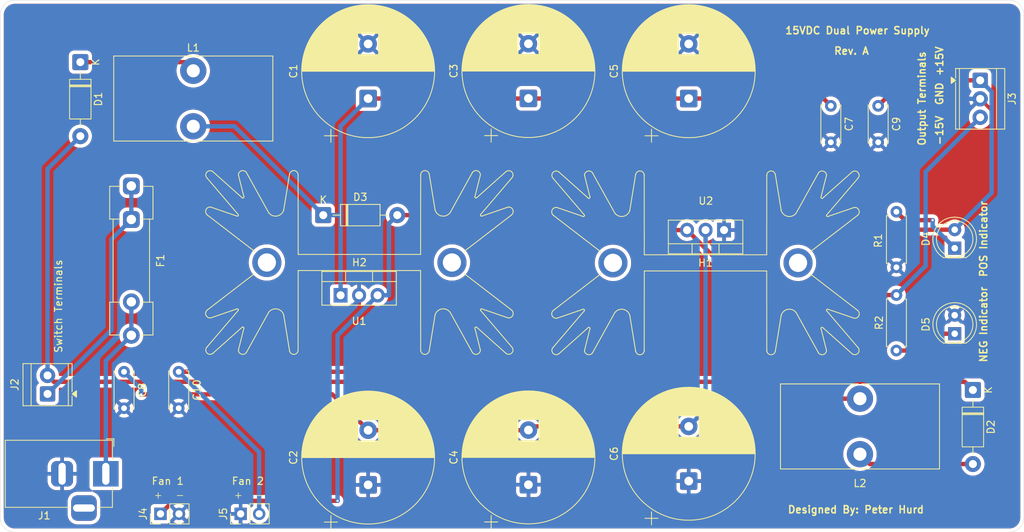
<source format=kicad_pcb>
(kicad_pcb (version 20241229) (generator "pcbnew") (generator_version "9.0")
  (layers (0 "F.Cu" signal) (2 "B.Cu" signal) (13 "F.Paste" user) (15 "B.Paste" user) (5 "F.SilkS" user "F.Silkscreen") (7 "B.SilkS" user "B.Silkscreen") (1 "F.Mask" user) (3 "B.Mask" user) (25 "Edge.Cuts" user))
  (net 0 "")
  (net 1 "Net-(D3-K)")
  (net 2 "GND")
  (net 3 "Net-(U2-VI)")
  (net 4 "Net-(D1-K)")
  (net 5 "Net-(D1-A)")
  (net 6 "Net-(D2-A)")
  (net 7 "Net-(D4-K)")
  (net 8 "Net-(D5-K)")
  (net 9 "Net-(F1-Pad2)")
  (net 10 "Net-(J2-Pin_1)")
  (net 11 "+15V")
  (net 12 "-15V")
  (footprint "Heatsink:Heatsink_Fischer_SK129-STS_42x25mm_2xDrill2.5mm" (layer "F.Cu") (at 120.3 86.5)
    (property "Reference" "H2" (at 0 0 0) (layer "F.SilkS"))
    (property "Value" "Heatsink_Fischer_SK129-STS_42x25mm_2xDrill2.5mm")
    (pad "1" thru_hole circle (at -12.7 0 180) (size 4 4) (drill 2.5) (layers "*.Cu" "*.Mask"))
    (pad "1" thru_hole circle (at 12.7 0) (size 4 4) (drill 2.5) (layers "*.Cu" "*.Mask"))
  )
  (footprint "Inductor_THT:L_Toroid_Vertical_L21.6mm_W11.4mm_P7.62mm_Pulse_KM-3" (layer "F.Cu") (at 189 112.81 180)
    (property "Reference" "L2" (at 0 -4 0) (layer "F.SilkS"))
    (property "Value" "1mH")
    (pad "1" thru_hole circle (at 0 0 180) (size 3.6 3.6) (drill 1.8) (layers "*.Cu" "*.Mask") (net 6 "Net-(D2-A)"))
    (pad "2" thru_hole circle (at 0 7.62 180) (size 3.6 3.6) (drill 1.8) (layers "*.Cu" "*.Mask") (net 3 "Net-(U2-VI)"))
  )
  (footprint "LED_THT:LED_D5.0mm" (layer "F.Cu") (at 202 84.54 90)
    (property "Reference" "D4" (at 1.27 -3.96 90) (layer "F.SilkS"))
    (property "Value" "POS Indicator" (at 1.27 3.96 90) (layer "F.SilkS") (effects (font (thickness 0.2) (bold yes))))
    (pad "1" thru_hole rect (at 0 0 90) (size 1.8 1.8) (drill 0.9) (layers "*.Cu" "*.Mask") (net 7 "Net-(D4-K)"))
    (pad "2" thru_hole circle (at 2.54 0 90) (size 1.8 1.8) (drill 0.9) (layers "*.Cu" "*.Mask") (net 11 "+15V"))
  )
  (footprint "LED_THT:LED_D5.0mm" (layer "F.Cu") (at 202 96.275 90)
    (property "Reference" "D5" (at 1.27 -3.96 90) (layer "F.SilkS"))
    (property "Value" "NEG Indicator" (at 1.27 3.96 90) (layer "F.SilkS") (effects (font (thickness 0.2) (bold yes))))
    (pad "1" thru_hole rect (at 0 0 90) (size 1.8 1.8) (drill 0.9) (layers "*.Cu" "*.Mask") (net 8 "Net-(D5-K)"))
    (pad "2" thru_hole circle (at 2.54 0 90) (size 1.8 1.8) (drill 0.9) (layers "*.Cu" "*.Mask") (net 2 "GND"))
  )
  (footprint "Capacitor_THT:C_Disc_D5.0mm_W2.5mm_P5.00mm" (layer "F.Cu") (at 95.5 101.5 -90)
    (property "Reference" "C10" (at 2.5 -2.5 90) (layer "F.SilkS"))
    (property "Value" "1uF")
    (pad "1" thru_hole circle (at 0 0 270) (size 1.6 1.6) (drill 0.8) (layers "*.Cu" "*.Mask") (net 12 "-15V"))
    (pad "2" thru_hole circle (at 5 0 270) (size 1.6 1.6) (drill 0.8) (layers "*.Cu" "*.Mask") (net 2 "GND"))
  )
  (footprint "Capacitor_THT:CP_Radial_D18.0mm_P7.50mm" (layer "F.Cu") (at 121.5 64 90)
    (property "Reference" "C1" (at 3.75 -10.25 90) (layer "F.SilkS"))
    (property "Value" "4700uF")
    (pad "1" thru_hole roundrect (at 0 0 90) (size 2.4 2.4) (drill 1.2) (layers "*.Cu" "*.Mask") (roundrect_rratio 0.104167) (net 1 "Net-(D3-K)"))
    (pad "2" thru_hole circle (at 7.5 0 90) (size 2.4 2.4) (drill 1.2) (layers "*.Cu" "*.Mask") (net 2 "GND"))
  )
  (footprint "Capacitor_THT:C_Disc_D5.0mm_W2.5mm_P5.00mm" (layer "F.Cu") (at 191.5 65 -90)
    (property "Reference" "C9" (at 2.5 -2.5 90) (layer "F.SilkS"))
    (property "Value" "1uF")
    (pad "1" thru_hole circle (at 0 0 270) (size 1.6 1.6) (drill 0.8) (layers "*.Cu" "*.Mask") (net 11 "+15V"))
    (pad "2" thru_hole circle (at 5 0 270) (size 1.6 1.6) (drill 0.8) (layers "*.Cu" "*.Mask") (net 2 "GND"))
  )
  (footprint "TerminalBlock_TE-Connectivity:TerminalBlock_TE_282834-2_1x02_P2.54mm_Horizontal" (layer "F.Cu") (at 77.5 104.54 90)
    (property "Reference" "J2" (at 1.27 -4.5 90) (layer "F.SilkS"))
    (property "Value" "Switch Terminals" (at 12.04 1.5 90) (layer "F.SilkS"))
    (pad "1" thru_hole roundrect (at 0 0 90) (size 2.1 2.1) (drill 1.1) (layers "*.Cu" "*.Mask") (roundrect_rratio 0.119048) (net 10 "Net-(J2-Pin_1)"))
    (pad "2" thru_hole circle (at 2.54 0 90) (size 2.1 2.1) (drill 1.1) (layers "*.Cu" "*.Mask") (net 5 "Net-(D1-A)"))
  )
  (footprint "Capacitor_THT:C_Disc_D5.0mm_W2.5mm_P5.00mm" (layer "F.Cu") (at 185 65 -90)
    (property "Reference" "C7" (at 2.5 -2.5 90) (layer "F.SilkS"))
    (property "Value" "1uF")
    (pad "1" thru_hole circle (at 0 0 270) (size 1.6 1.6) (drill 0.8) (layers "*.Cu" "*.Mask") (net 1 "Net-(D3-K)"))
    (pad "2" thru_hole circle (at 5 0 270) (size 1.6 1.6) (drill 0.8) (layers "*.Cu" "*.Mask") (net 2 "GND"))
  )
  (footprint "TerminalBlock_TE-Connectivity:TerminalBlock_TE_282834-3_1x03_P2.54mm_Horizontal" (layer "F.Cu") (at 205.5 61.5 -90)
    (property "Reference" "J3" (at 2.54 -4.37 90) (layer "F.SilkS"))
    (property "Value" "Output Terminals" (at 2.5 8 90) (layer "F.SilkS") (effects (font (thickness 0.2) (bold yes))))
    (pad "1" thru_hole roundrect (at 0 0 270) (size 2.1 2.1) (drill 1.1) (layers "*.Cu" "*.Mask") (roundrect_rratio 0.119048) (net 11 "+15V"))
    (pad "2" thru_hole circle (at 2.54 0 270) (size 2.1 2.1) (drill 1.1) (layers "*.Cu" "*.Mask") (net 2 "GND"))
    (pad "3" thru_hole circle (at 5.08 0 270) (size 2.1 2.1) (drill 1.1) (layers "*.Cu" "*.Mask") (net 12 "-15V"))
  )
  (footprint "Package_TO_SOT_THT:TO-220-3_Vertical" (layer "F.Cu") (at 117.72 91)
    (property "Reference" "U1" (at 2.54 3.55 0) (layer "F.SilkS"))
    (property "Value" "LM7815_TO220")
    (pad "1" thru_hole rect (at 0 0) (size 1.905 2) (drill 1.1) (layers "*.Cu" "*.Mask") (net 1 "Net-(D3-K)"))
    (pad "2" thru_hole oval (at 2.54 0) (size 1.905 2) (drill 1.1) (layers "*.Cu" "*.Mask") (net 2 "GND"))
    (pad "3" thru_hole oval (at 5.08 0) (size 1.905 2) (drill 1.1) (layers "*.Cu" "*.Mask") (net 11 "+15V"))
  )
  (footprint "Fuse:Fuseholder_Clip-5x20mm_Littelfuse_100_Inline_P20.50x4.60mm_D1.30mm_Horizontal" (layer "F.Cu") (at 89 76 -90)
    (property "Reference" "F1" (at 10.25 -4 90) (layer "F.SilkS"))
    (property "Value" "Fuse")
    (pad "1" thru_hole roundrect (at 0 0 270) (size 2.3 2.3) (drill 1.3) (layers "*.Cu" "*.Mask") (net 10 "Net-(J2-Pin_1)"))
    (pad "1" thru_hole roundrect (at 4.6 0 270) (size 2.3 2.3) (drill 1.3) (layers "*.Cu" "*.Mask") (net 10 "Net-(J2-Pin_1)"))
    (pad "2" thru_hole circle (at 15.9 0 270) (size 2.3 2.3) (drill 1.3) (layers "*.Cu" "*.Mask") (net 9 "Net-(F1-Pad2)"))
    (pad "2" thru_hole circle (at 20.5 0 270) (size 2.3 2.3) (drill 1.3) (layers "*.Cu" "*.Mask") (net 9 "Net-(F1-Pad2)"))
  )
  (footprint "Connector_PinHeader_2.54mm:PinHeader_1x02_P2.54mm_Vertical" (layer "F.Cu") (at 104 121 90)
    (property "Reference" "J5" (at 0 -2.38 90) (layer "F.SilkS"))
    (property "Value" "Fan 2" (at 4.5 1 0) (layer "F.SilkS"))
    (pad "1" thru_hole rect (at 0 0 90) (size 1.7 1.7) (drill 1) (layers "*.Cu" "*.Mask") (net 2 "GND"))
    (pad "2" thru_hole circle (at 0 2.54 90) (size 1.7 1.7) (drill 1) (layers "*.Cu" "*.Mask") (net 12 "-15V"))
  )
  (footprint "Capacitor_THT:CP_Radial_D18.0mm_P7.50mm" (layer "F.Cu") (at 121.5 117.0222 90)
    (property "Reference" "C2" (at 3.75 -10.25 90) (layer "F.SilkS"))
    (property "Value" "4700uF")
    (pad "1" thru_hole roundrect (at 0 0 90) (size 2.4 2.4) (drill 1.2) (layers "*.Cu" "*.Mask") (roundrect_rratio 0.104167) (net 2 "GND"))
    (pad "2" thru_hole circle (at 7.5 0 90) (size 2.4 2.4) (drill 1.2) (layers "*.Cu" "*.Mask") (net 3 "Net-(U2-VI)"))
  )
  (footprint "Diode_THT:D_DO-41_SOD81_P10.16mm_Horizontal" (layer "F.Cu") (at 204.5 104 -90)
    (property "Reference" "D2" (at 5.08 -2.47 90) (layer "F.SilkS"))
    (property "Value" "1N4007")
    (fp_text user "K" (at 0 -2.1 90) (layer "F.SilkS"))
    (pad "1" thru_hole roundrect (at 0 0 270) (size 2.2 2.2) (drill 1.1) (layers "*.Cu" "*.Mask") (roundrect_rratio 0.113636) (net 5 "Net-(D1-A)"))
    (pad "2" thru_hole circle (at 10.16 0 270) (size 2.2 2.2) (drill 1.1) (layers "*.Cu" "*.Mask") (net 6 "Net-(D2-A)"))
  )
  (footprint "Diode_THT:D_DO-41_SOD81_P10.16mm_Horizontal" (layer "F.Cu") (at 82 59 -90)
    (property "Reference" "D1" (at 5.08 -2.47 90) (layer "F.SilkS"))
    (property "Value" "1N4007")
    (fp_text user "K" (at 0 -2.1 90) (layer "F.SilkS"))
    (pad "1" thru_hole roundrect (at 0 0 270) (size 2.2 2.2) (drill 1.1) (layers "*.Cu" "*.Mask") (roundrect_rratio 0.113636) (net 4 "Net-(D1-K)"))
    (pad "2" thru_hole circle (at 10.16 0 270) (size 2.2 2.2) (drill 1.1) (layers "*.Cu" "*.Mask") (net 5 "Net-(D1-A)"))
  )
  (footprint "Resistor_THT:R_Axial_DIN0207_L6.3mm_D2.5mm_P7.62mm_Horizontal" (layer "F.Cu") (at 194 98.585 90)
    (property "Reference" "R2" (at 3.81 -2.37 90) (layer "F.SilkS"))
    (property "Value" "1k")
    (pad "1" thru_hole circle (at 0 0 90) (size 1.6 1.6) (drill 0.8) (layers "*.Cu" "*.Mask") (net 8 "Net-(D5-K)"))
    (pad "2" thru_hole circle (at 7.62 0 90) (size 1.6 1.6) (drill 0.8) (layers "*.Cu" "*.Mask") (net 12 "-15V"))
  )
  (footprint "Capacitor_THT:CP_Radial_D18.0mm_P7.50mm" (layer "F.Cu") (at 165.5 64 90)
    (property "Reference" "C5" (at 3.75 -10.25 90) (layer "F.SilkS"))
    (property "Value" "4700uF")
    (pad "1" thru_hole roundrect (at 0 0 90) (size 2.4 2.4) (drill 1.2) (layers "*.Cu" "*.Mask") (roundrect_rratio 0.104167) (net 1 "Net-(D3-K)"))
    (pad "2" thru_hole circle (at 7.5 0 90) (size 2.4 2.4) (drill 1.2) (layers "*.Cu" "*.Mask") (net 2 "GND"))
  )
  (footprint "Capacitor_THT:CP_Radial_D18.0mm_P7.50mm" (layer "F.Cu") (at 143.5 117 90)
    (property "Reference" "C4" (at 3.75 -10.25 90) (layer "F.SilkS"))
    (property "Value" "4700uF")
    (pad "1" thru_hole roundrect (at 0 0 90) (size 2.4 2.4) (drill 1.2) (layers "*.Cu" "*.Mask") (roundrect_rratio 0.104167) (net 2 "GND"))
    (pad "2" thru_hole circle (at 7.5 0 90) (size 2.4 2.4) (drill 1.2) (layers "*.Cu" "*.Mask") (net 3 "Net-(U2-VI)"))
  )
  (footprint "Connector_PinHeader_2.54mm:PinHeader_1x02_P2.54mm_Vertical" (layer "F.Cu") (at 93 121 90)
    (property "Reference" "J4" (at 0 -2.38 90) (layer "F.SilkS"))
    (property "Value" "Fan 1" (at 4.5 1 0) (layer "F.SilkS"))
    (pad "1" thru_hole rect (at 0 0 90) (size 1.7 1.7) (drill 1) (layers "*.Cu" "*.Mask") (net 11 "+15V"))
    (pad "2" thru_hole circle (at 0 2.54 90) (size 1.7 1.7) (drill 1) (layers "*.Cu" "*.Mask") (net 2 "GND"))
  )
  (footprint "Heatsink:Heatsink_Fischer_SK129-STS_42x25mm_2xDrill2.5mm" (layer "F.Cu") (at 167.8 86.55)
    (property "Reference" "H1" (at 0 0 0) (layer "F.SilkS"))
    (property "Value" "Heatsink_Fischer_SK129-STS_42x25mm_2xDrill2.5mm")
    (pad "1" thru_hole circle (at -12.7 0 180) (size 4 4) (drill 2.5) (layers "*.Cu" "*.Mask"))
    (pad "1" thru_hole circle (at 12.7 0) (size 4 4) (drill 2.5) (layers "*.Cu" "*.Mask"))
  )
  (footprint "Package_TO_SOT_THT:TO-220-3_Vertical" (layer "F.Cu") (at 170.35 82.05 180)
    (property "Reference" "U2" (at 2.5 4 0) (layer "F.SilkS"))
    (property "Value" "LM7915_TO220")
    (pad "1" thru_hole rect (at 0 0 180) (size 1.905 2) (drill 1.1) (layers "*.Cu" "*.Mask") (net 2 "GND"))
    (pad "2" thru_hole oval (at 2.54 0 180) (size 1.905 2) (drill 1.1) (layers "*.Cu" "*.Mask") (net 3 "Net-(U2-VI)"))
    (pad "3" thru_hole oval (at 5.08 0 180) (size 1.905 2) (drill 1.1) (layers "*.Cu" "*.Mask") (net 12 "-15V"))
  )
  (footprint "Capacitor_THT:CP_Radial_D18.0mm_P7.50mm" (layer "F.Cu") (at 165.5 116.5 90)
    (property "Reference" "C6" (at 3.75 -10.25 90) (layer "F.SilkS"))
    (property "Value" "4700uF")
    (pad "1" thru_hole roundrect (at 0 0 90) (size 2.4 2.4) (drill 1.2) (layers "*.Cu" "*.Mask") (roundrect_rratio 0.104167) (net 2 "GND"))
    (pad "2" thru_hole circle (at 7.5 0 90) (size 2.4 2.4) (drill 1.2) (layers "*.Cu" "*.Mask") (net 3 "Net-(U2-VI)"))
  )
  (footprint "Connector_BarrelJack:BarrelJack_Horizontal" (layer "F.Cu") (at 85.5 115.5)
    (property "Reference" "J1" (at -8.45 5.75 0) (layer "F.SilkS"))
    (property "Value" "Barrel_Jack")
    (pad "1" thru_hole rect (at 0 0) (size 3.5 3.5) (drill oval 1 3) (layers "*.Cu" "*.Mask") (net 9 "Net-(F1-Pad2)"))
    (pad "2" thru_hole roundrect (at -6 0) (size 3 3.5) (drill oval 1 3) (layers "*.Cu" "*.Mask") (net 2 "GND"))
    (pad "3" thru_hole roundrect (at -3 4.7) (size 3.5 3.5) (drill oval 3 1) (layers "*.Cu" "*.Mask"))
  )
  (footprint "Diode_THT:D_DO-41_SOD81_P10.16mm_Horizontal" (layer "F.Cu") (at 115.34 80)
    (property "Reference" "D3" (at 5.08 -2.47 0) (layer "F.SilkS"))
    (property "Value" "1N4007")
    (fp_text user "K" (at 0 -2.1 0) (layer "F.SilkS"))
    (pad "1" thru_hole roundrect (at 0 0) (size 2.2 2.2) (drill 1.1) (layers "*.Cu" "*.Mask") (roundrect_rratio 0.113636) (net 1 "Net-(D3-K)"))
    (pad "2" thru_hole circle (at 10.16 0) (size 2.2 2.2) (drill 1.1) (layers "*.Cu" "*.Mask") (net 11 "+15V"))
  )
  (footprint "Capacitor_THT:C_Disc_D5.0mm_W2.5mm_P5.00mm" (layer "F.Cu") (at 88 101.5 -90)
    (property "Reference" "C8" (at 2.5 -2.5 90) (layer "F.SilkS"))
    (property "Value" "1uF")
    (pad "1" thru_hole circle (at 0 0 270) (size 1.6 1.6) (drill 0.8) (layers "*.Cu" "*.Mask") (net 3 "Net-(U2-VI)"))
    (pad "2" thru_hole circle (at 5 0 270) (size 1.6 1.6) (drill 0.8) (layers "*.Cu" "*.Mask") (net 2 "GND"))
  )
  (footprint "Inductor_THT:L_Toroid_Vertical_L21.6mm_W11.4mm_P7.62mm_Pulse_KM-3" (layer "F.Cu") (at 97.5 60.19)
    (property "Reference" "L1" (at 0 -3.155 0) (layer "F.SilkS"))
    (property "Value" "1mH")
    (pad "1" thru_hole circle (at 0 0) (size 3.6 3.6) (drill 1.8) (layers "*.Cu" "*.Mask") (net 4 "Net-(D1-K)"))
    (pad "2" thru_hole circle (at 0 7.62) (size 3.6 3.6) (drill 1.8) (layers "*.Cu" "*.Mask") (net 1 "Net-(D3-K)"))
  )
  (footprint "Capacitor_THT:CP_Radial_D18.0mm_P7.50mm" (layer "F.Cu") (at 143.5 63.9778 90)
    (property "Reference" "C3" (at 3.75 -10.25 90) (layer "F.SilkS"))
    (property "Value" "4700uF")
    (pad "1" thru_hole roundrect (at 0 0 90) (size 2.4 2.4) (drill 1.2) (layers "*.Cu" "*.Mask") (roundrect_rratio 0.104167) (net 1 "Net-(D3-K)"))
    (pad "2" thru_hole circle (at 7.5 0 90) (size 2.4 2.4) (drill 1.2) (layers "*.Cu" "*.Mask") (net 2 "GND"))
  )
  (footprint "Resistor_THT:R_Axial_DIN0207_L6.3mm_D2.5mm_P7.62mm_Horizontal" (layer "F.Cu") (at 194 79.54 -90)
    (property "Reference" "R1" (at 3.96 2.5 90) (layer "F.SilkS"))
    (property "Value" "1k")
    (pad "1" thru_hole circle (at 0 0 270) (size 1.6 1.6) (drill 0.8) (layers "*.Cu" "*.Mask") (net 7 "Net-(D4-K)"))
    (pad "2" thru_hole circle (at 7.62 0 270) (size 1.6 1.6) (drill 0.8) (layers "*.Cu" "*.Mask") (net 2 "GND"))
  )
  (gr_arc (start 73 123.5) (mid 71.585786 122.914214) (end 71 121.5) (stroke (width 0.05)) (layer "Edge.Cuts"))
  (gr_arc (start 71 52.5) (mid 71.585786 51.085786) (end 73 50.5) (stroke (width 0.05)) (layer "Edge.Cuts"))
  (gr_line (start 73 50.5) (end 209.5 50.500001) (stroke (width 0.05)) (layer "Edge.Cuts"))
  (gr_line (start 72.999999 123.499997) (end 209.499999 123.499998) (stroke (width 0.05)) (layer "Edge.Cuts"))
  (gr_arc (start 209.499999 50.500001) (mid 210.914213 51.085787) (end 211.499999 52.500001) (stroke (width 0.05)) (layer "Edge.Cuts"))
  (gr_line (start 71 52.5) (end 71 121.5) (stroke (width 0.05)) (layer "Edge.Cuts"))
  (gr_line (start 211.5 52.5) (end 211.5 121.5) (stroke (width 0.05)) (layer "Edge.Cuts"))
  (gr_arc (start 211.499999 121.499999) (mid 210.914213 122.914213) (end 209.499999 123.499999) (stroke (width 0.05)) (layer "Edge.Cuts"))
  (gr_text "15VDC Dual Power Supply" (at 178.65 55.25 0) (layer "F.SilkS") (effects (font (size 1 1) (thickness 0.2) (bold yes)) (justify left bottom)))
  (gr_text "Designed By: Peter Hurd" (at 179 121 0) (layer "F.SilkS") (effects (font (size 1 1) (thickness 0.2) (bold yes)) (justify left bottom)))
  (gr_text "+" (at 103 119 0) (layer "F.SilkS") (effects (font (size 1 1) (thickness 0.1)) (justify left bottom)))
  (gr_text "-" (at 95 119 0) (layer "F.SilkS") (effects (font (size 1 1) (thickness 0.1)) (justify left bottom)))
  (gr_text "GND" (at 200.5 65 90) (layer "F.SilkS") (effects (font (size 1 1) (thickness 0.2) (bold yes)) (justify left bottom)))
  (gr_text "+15V" (at 200.5 61 90) (layer "F.SilkS") (effects (font (size 1 1) (thickness 0.2) (bold yes)) (justify left bottom)))
  (gr_text "Rev. A" (at 185.35 58.05 0) (layer "F.SilkS") (effects (font (size 1 1) (thickness 0.2) (bold yes)) (justify left bottom)))
  (gr_text "-15V\n" (at 200.5 70.5 90) (layer "F.SilkS") (effects (font (size 1 1) (thickness 0.2) (bold yes)) (justify left bottom)))
  (gr_text "-" (at 106 119 0) (layer "F.SilkS") (effects (font (size 1 1) (thickness 0.1)) (justify left bottom)))
  (gr_text "+" (at 92 119 0) (layer "F.SilkS") (effects (font (size 1 1) (thickness 0.1)) (justify left bottom)))
  (segment (start 143.5222 64) (end 143.5 63.9778) (width 0.6) (layer "F.Cu") (net 1))
  (segment (start 143.4778 64) (end 143.5 63.9778) (width 0.6) (layer "F.Cu") (net 1))
  (segment (start 185 65) (end 184 64) (width 0.6) (layer "F.Cu") (net 1))
  (segment (start 165.5 64) (end 143.5222 64) (width 0.6) (layer "F.Cu") (net 1))
  (segment (start 184 64) (end 165.5 64) (width 0.6) (layer "F.Cu") (net 1))
  (segment (start 121.5 64) (end 143.4778 64) (width 0.6) (layer "F.Cu") (net 1))
  (segment (start 103.15 67.81) (end 115.34 80) (width 0.6) (layer "B.Cu") (net 1))
  (segment (start 117.72 91) (end 117.72 82.38) (width 0.6) (layer "B.Cu") (net 1))
  (segment (start 117.72 80) (end 117.72 67.78) (width 0.6) (layer "B.Cu") (net 1))
  (segment (start 117.72 82.38) (end 117.72 82.2558) (width 0.6) (layer "B.Cu") (net 1))
  (segment (start 97.5 67.81) (end 103.15 67.81) (width 0.6) (layer "B.Cu") (net 1))
  (segment (start 117.72 82.2558) (end 117.72 80) (width 0.6) (layer "B.Cu") (net 1))
  (segment (start 115.34 80) (end 117.72 80) (width 0.6) (layer "B.Cu") (net 1))
  (segment (start 117.72 67.78) (end 121.5 64) (width 0.6) (layer "B.Cu") (net 1))
  (segment (start 203.59 64.04) (end 202.9 63.35) (width 0.6) (layer "B.Cu") (net 2))
  (segment (start 120.26 91) (end 120.26 91.64) (width 0.6) (layer "B.Cu") (net 2))
  (segment (start 205.5 64.04) (end 203.59 64.04) (width 0.6) (layer "B.Cu") (net 2))
  (segment (start 120.26 91.64) (end 119.1 92.8) (width 0.6) (layer "B.Cu") (net 2))
  (segment (start 144 109) (end 143.5 109.5) (width 0.6) (layer "F.Cu") (net 3))
  (segment (start 90.3591 104.6036) (end 116.5814 104.6036) (width 0.6) (layer "F.Cu") (net 3))
  (segment (start 116.5814 104.6036) (end 121.5 109.5222) (width 0.6) (layer "F.Cu") (net 3))
  (segment (start 165.5 109) (end 144 109) (width 0.6) (layer "F.Cu") (net 3))
  (segment (start 169.31 105.19) (end 165.5 109) (width 0.6) (layer "F.Cu") (net 3))
  (segment (start 121.5 109.5222) (end 143.4778 109.5222) (width 0.6) (layer "F.Cu") (net 3))
  (segment (start 143.4778 109.5222) (end 143.5 109.5) (width 0.6) (layer "F.Cu") (net 3))
  (segment (start 189 105.19) (end 169.31 105.19) (width 0.6) (layer "F.Cu") (net 3))
  (via (at 90.3591 104.6036) (size 0.6) (drill 0.3) (layers "F.Cu" "B.Cu") (net 3))
  (segment (start 167.81 106.69) (end 165.5 109) (width 0.6) (layer "B.Cu") (net 3))
  (segment (start 88 101.5) (end 90.3591 103.8591) (width 0.6) (layer "B.Cu") (net 3))
  (segment (start 90.3591 103.8591) (end 90.3591 104.6036) (width 0.6) (layer "B.Cu") (net 3))
  (segment (start 167.81 82.05) (end 167.81 106.69) (width 0.6) (layer "B.Cu") (net 3))
  (segment (start 96.31 59) (end 97.5 60.19) (width 0.6) (layer "F.Cu") (net 4))
  (segment (start 82 59) (end 96.31 59) (width 0.6) (layer "F.Cu") (net 4))
  (segment (start 78.3753 102.8753) (end 77.5 102) (width 0.6) (layer "F.Cu") (net 5))
  (segment (start 203.3753 102.8753) (end 78.3753 102.8753) (width 0.6) (layer "F.Cu") (net 5))
  (segment (start 204.5 104) (end 203.3753 102.8753) (width 0.6) (layer "F.Cu") (net 5))
  (segment (start 77.5 73.66) (end 77.5 102) (width 0.6) (layer "B.Cu") (net 5))
  (segment (start 82 69.16) (end 77.5 73.66) (width 0.6) (layer "B.Cu") (net 5))
  (segment (start 189 112.81) (end 190.35 114.16) (width 0.6) (layer "F.Cu") (net 6))
  (segment (start 190.35 114.16) (end 204.5 114.16) (width 0.6) (layer "F.Cu") (net 6))
  (segment (start 195.15 80.69) (end 194 79.54) (width 0.6) (layer "F.Cu") (net 7))
  (segment (start 198.9728 80.69) (end 195.15 80.69) (width 0.6) (layer "F.Cu") (net 7))
  (via (at 198.9728 80.69) (size 0.6) (drill 0.3) (layers "F.Cu" "B.Cu") (net 7))
  (segment (start 198.9728 81.5128) (end 198.9728 80.69) (width 0.6) (layer "B.Cu") (net 7))
  (segment (start 202 84.54) (end 198.9728 81.5128) (width 0.6) (layer "B.Cu") (net 7))
  (segment (start 202 96.275) (end 200.5 96.275) (width 0.6) (layer "F.Cu") (net 8))
  (segment (start 194 98.585) (end 198.19 98.585) (width 0.6) (layer "F.Cu") (net 8))
  (segment (start 198.19 98.585) (end 200.5 96.275) (width 0.6) (layer "F.Cu") (net 8))
  (segment (start 85.5 100) (end 89 96.5) (width 0.6) (layer "B.Cu") (net 9))
  (segment (start 89 96.5) (end 89 91.9) (width 0.6) (layer "B.Cu") (net 9))
  (segment (start 85.5 115.5) (end 85.5 100) (width 0.6) (layer "B.Cu") (net 9))
  (segment (start 89 76) (end 89 78.3) (width 0.6) (layer "B.Cu") (net 10))
  (segment (start 86.2687 83.3313) (end 86.2687 95.7713) (width 0.6) (layer "B.Cu") (net 10))
  (segment (start 89 80.6) (end 86.2687 83.3313) (width 0.6) (layer "B.Cu") (net 10))
  (segment (start 89 78.3) (end 89 80.6) (width 0.6) (layer "B.Cu") (net 10))
  (segment (start 86.2687 95.7713) (end 77.5 104.54) (width 0.6) (layer "B.Cu") (net 10))
  (segment (start 94.792 119.208) (end 117.3024 119.208) (width 0.6) (layer "F.Cu") (net 11))
  (segment (start 191.0754 80) (end 193.0754 82) (width 0.6) (layer "F.Cu") (net 11))
  (segment (start 195 61.5) (end 191.5 65) (width 0.6) (layer "F.Cu") (net 11))
  (segment (start 93 121) (end 94.792 119.208) (width 0.6) (layer "F.Cu") (net 11))
  (segment (start 205.5 61.5) (end 195 61.5) (width 0.6) (layer "F.Cu") (net 11))
  (segment (start 193.0754 82) (end 202 82) (width 0.6) (layer "F.Cu") (net 11))
  (segment (start 125.5 80) (end 191.0754 80) (width 0.6) (layer "F.Cu") (net 11))
  (via (at 117.3024 119.208) (size 0.6) (drill 0.3) (layers "F.Cu" "B.Cu") (net 11))
  (segment (start 207.0698 63.0698) (end 207.0698 76.9302) (width 0.6) (layer "B.Cu") (net 11))
  (segment (start 122.8 91) (end 124.3525 91) (width 0.6) (layer "B.Cu") (net 11))
  (segment (start 207.0698 76.9302) (end 202 82) (width 0.6) (layer "B.Cu") (net 11))
  (segment (start 124.3525 81.1475) (end 125.5 80) (width 0.6) (layer "B.Cu") (net 11))
  (segment (start 124.3525 91) (end 124.3525 81.1475) (width 0.6) (layer "B.Cu") (net 11))
  (segment (start 117.3024 119.208) (end 117.3024 96.4976) (width 0.6) (layer "B.Cu") (net 11))
  (segment (start 117.3024 96.4976) (end 122.8 91) (width 0.6) (layer "B.Cu") (net 11))
  (segment (start 205.5 61.5) (end 207.0698 63.0698) (width 0.6) (layer "B.Cu") (net 11))
  (segment (start 174.185 90.965) (end 183.9683 90.965) (width 0.6) (layer "F.Cu") (net 12))
  (segment (start 184.0925 90.965) (end 194 90.965) (width 0.6) (layer "F.Cu") (net 12))
  (segment (start 144.2675 101.5) (end 95.5 101.5) (width 0.6) (layer "F.Cu") (net 12))
  (segment (start 165.27 82.05) (end 163.7175 82.05) (width 0.6) (layer "F.Cu") (net 12))
  (segment (start 165.27 82.05) (end 174.185 90.965) (width 0.6) (layer "F.Cu") (net 12))
  (segment (start 183.9683 90.965) (end 184.0925 90.965) (width 0.6) (layer "F.Cu") (net 12))
  (segment (start 163.7175 82.05) (end 144.2675 101.5) (width 0.6) (layer "F.Cu") (net 12))
  (segment (start 198.0164 86.9486) (end 198.0164 74.0636) (width 0.6) (layer "B.Cu") (net 12))
  (segment (start 95.5 101.5) (end 106.54 112.54) (width 0.6) (layer "B.Cu") (net 12))
  (segment (start 198.0164 74.0636) (end 205.5 66.58) (width 0.6) (layer "B.Cu") (net 12))
  (segment (start 194 90.965) (end 198.0164 86.9486) (width 0.6) (layer "B.Cu") (net 12))
  (segment (start 106.54 112.54) (end 106.54 121) (width 0.6) (layer "B.Cu") (net 12))
  (zone (net 2) (net_name "GND") (layers "F.Cu" "B.Cu") (connect_pads (clearance 0.5)) (min_thickness 0.25) (fill yes (thermal_gap 0.5) (thermal_bridge_width 0.5))
    (polygon (pts (xy 71 50.5) (xy 211.5 50.5) (xy 211.5 123) (xy 71 123)))
  )
)
</source>
